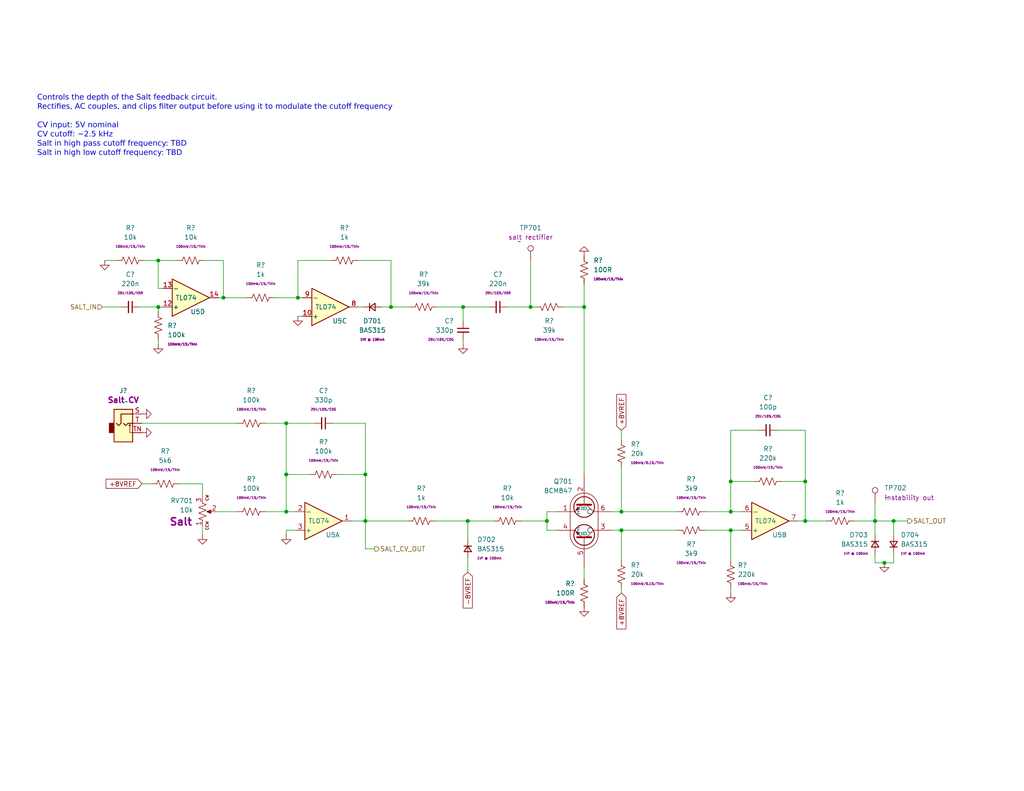
<source format=kicad_sch>
(kicad_sch (version 20250114) (generator "eeschema") (generator_version "9.0")
  (paper "USLetter")
  (title_block (title "Neptune") (date "2023-11-09") (rev "v3") (company "Winterbloom") (comment 1 "Carson Walls") (comment 2 "CERN-OHL-P v2") (comment 3 "neptune.wntr.dev"))
  (lib_symbols
    (symbol "Connector:TestPoint" (pin_numbers (hide yes)) (pin_names (offset 0.762) (hide yes))
      (property "Reference" "TP" (at 0 6.858 0))
      (property "Value" "TestPoint" (at 0 5.08 0))
      (symbol "TestPoint_0_1"
        (circle (center 0 3.302) (radius 0.762))
      )
      (symbol "TestPoint_1_1"
        (pin passive line (at 0 0 90) (length 2.54) (name "1") (number "1"))
      )
    )
    (symbol "Device:C_Small" (pin_numbers (hide yes)) (pin_names (offset 0.254) (hide yes))
      (property "Reference" "C" (at 0.254 1.778 0))
      (property "Value" "C_Small" (at 0.254 -2.032 0))
      (symbol "C_Small_0_1"
        (polyline (pts (xy -1.524 0.508) (xy 1.524 0.508)) (stroke (width 0.3048)))
        (polyline (pts (xy -1.524 -0.508) (xy 1.524 -0.508)) (stroke (width 0.3302)))
      )
      (symbol "C_Small_1_1"
        (pin passive line (at 0 2.54 270) (length 2.032) (name "~") (number "1"))
        (pin passive line (at 0 -2.54 90) (length 2.032) (name "~") (number "2"))
      )
    )
    (symbol "Device:D_Small" (pin_numbers (hide yes)) (pin_names (offset 0.254) (hide yes))
      (property "Reference" "D" (at -1.27 2.032 0))
      (property "Value" "D_Small" (at -3.81 -2.032 0))
      (symbol "D_Small_0_1"
        (polyline (pts (xy -0.762 0) (xy 0.762 0)))
        (polyline (pts (xy -0.762 -1.016) (xy -0.762 1.016)) (stroke (width 0.254)))
        (polyline (pts (xy 0.762 -1.016) (xy -0.762 0) (xy 0.762 1.016) (xy 0.762 -1.016)) (stroke (width 0.254)))
      )
      (symbol "D_Small_1_1"
        (pin passive line (at -2.54 0 0) (length 1.778) (name "K") (number "1"))
        (pin passive line (at 2.54 0 180) (length 1.778) (name "A") (number "2"))
      )
    )
    (symbol "Device:R_US" (pin_numbers (hide yes)) (pin_names (offset 0))
      (property "Reference" "R" (at 2.54 0 90))
      (property "Value" "R_US" (at -2.54 0 90))
      (symbol "R_US_0_1"
        (polyline (pts (xy 0 2.286) (xy 0 2.54)))
        (polyline (pts (xy 0 2.286) (xy 1.016 1.905) (xy 0 1.524) (xy -1.016 1.143) (xy 0 0.762)))
        (polyline (pts (xy 0 0.762) (xy 1.016 0.381) (xy 0 0) (xy -1.016 -0.381) (xy 0 -0.762)))
        (polyline (pts (xy 0 -0.762) (xy 1.016 -1.143) (xy 0 -1.524) (xy -1.016 -1.905) (xy 0 -2.286)))
        (polyline (pts (xy 0 -2.286) (xy 0 -2.54)))
      )
      (symbol "R_US_1_1"
        (pin passive line (at 0 3.81 270) (length 1.27) (name "~") (number "1"))
        (pin passive line (at 0 -3.81 90) (length 1.27) (name "~") (number "2"))
      )
    )
    (symbol "power:GND" (power) (pin_names (offset 0))
      (property "Value" "GND" (at 0 -3.81 0))
      (symbol "GND_0_1"
        (polyline (pts (xy 0 0) (xy 0 -1.27) (xy 1.27 -1.27) (xy 0 -2.54) (xy -1.27 -1.27) (xy 0 -1.27)))
      )
      (symbol "GND_1_1"
        (pin power_in line (at 0 0 270) (length 0) (hide yes) (name "GND") (number "1"))
      )
    )
    (symbol "winterbloom:BCM847"
      (property "Reference" "Q?" (at 3.81 7.62 0))
      (property "Value" "BCM847" (at 3.81 5.715 0))
      (symbol "BCM847_0_1"
        (polyline (pts (xy -4.445 1.905) (xy -4.445 -1.905) (xy -4.445 -1.905)) (stroke (width 0.508)))
        (polyline (pts (xy -4.445 0.635) (xy -2.54 2.54)))
        (polyline (pts (xy -4.445 -0.635) (xy -2.54 -2.54) (xy -2.54 -2.54)))
        (circle (center -3.81 0) (radius 2.8194) (stroke (width 0.254)))
        (polyline (pts (xy -3.81 -1.778) (xy -3.302 -1.27) (xy -2.794 -2.286) (xy -3.81 -1.778) (xy -3.81 -1.778)) (fill (type outline)))
        (arc (start -3.81 -3.81) (mid -6.5036 -2.6936) (end -7.62 0))
        (arc (start -7.62 0) (mid -6.5033 2.6933) (end -3.81 3.81))
        (arc (start 3.81 3.81) (mid 6.5035 2.6935) (end 7.62 0))
        (arc (start 7.62 0) (mid 6.5038 -2.6938) (end 3.81 -3.81))
        (polyline (pts (xy 3.81 3.81) (xy -3.81 3.81)))
        (circle (center 3.81 0) (radius 2.8194) (stroke (width 0.254)))
        (polyline (pts (xy 3.81 -1.778) (xy 3.302 -1.27) (xy 2.794 -2.286) (xy 3.81 -1.778) (xy 3.81 -1.778)) (fill (type outline)))
        (polyline (pts (xy 3.81 -3.81) (xy -3.81 -3.81)))
        (polyline (pts (xy 4.445 1.905) (xy 4.445 -1.905) (xy 4.445 -1.905)) (stroke (width 0.508)))
        (polyline (pts (xy 4.445 0.635) (xy 2.54 2.54)))
        (polyline (pts (xy 4.445 -0.635) (xy 2.54 -2.54) (xy 2.54 -2.54)))
      )
      (symbol "BCM847_1_1"
        (pin input line (at -12.7 0 0) (length 8) (name "B") (number "2"))
        (pin passive line (at -2.54 7.62 270) (length 5) (name "C") (number "6"))
        (pin passive line (at -2.54 -7.62 90) (length 5) (name "E") (number "1"))
        (pin passive line (at 2.54 7.62 270) (length 5) (name "C") (number "3"))
        (pin passive line (at 2.54 -7.62 90) (length 5) (name "E") (number "4"))
        (pin input line (at 12.7 0 180) (length 8) (name "B") (number "5"))
      )
    )
    (symbol "winterbloom:Eurorack_Mono_Jack" (pin_names (hide yes))
      (property "Reference" "J" (at 3.302 -4.064 0))
      (property "Value" "Eurorack_Mono_Jack" (at 0 5.08 0))
      (symbol "Eurorack_Mono_Jack_0_1"
        (polyline (pts (xy -2.54 1.27) (xy -1.778 1.27) (xy -1.778 -1.016) (xy -1.524 -0.508)))
        (polyline (pts (xy -2.54 -3.81) (xy 0.635 -3.81) (xy 0.635 -1.27) (xy 1.27 -0.635) (xy 1.905 -1.27)) (stroke (width 0.254)))
        (rectangle (start -2.54 -5.08) (end 2.54 3.81) (stroke (width 0.254)) (fill (type background)))
        (polyline (pts (xy -1.778 -1.016) (xy -2.032 -0.508)))
        (polyline (pts (xy 0 -1.27) (xy -0.635 -0.635) (xy -1.27 -1.27) (xy -2.54 -1.27)) (stroke (width 0.254)))
        (rectangle (start 2.54 -1.27) (end 3.81 1.27) (stroke (width 0.254)) (fill (type outline)))
      )
      (symbol "Eurorack_Mono_Jack_1_1"
        (pin passive line (at -5.08 1.27 0) (length 2.54) (name "Tip_normalize") (number "TN"))
        (pin passive line (at -5.08 -1.27 0) (length 2.54) (name "Tip") (number "T"))
        (pin passive line (at -5.08 -3.81 0) (length 2.54) (name "Sleeve") (number "S"))
      )
    )
    (symbol "winterbloom:Eurorack_Pot" (pin_names (offset 1.016) (hide yes))
      (property "Reference" "RV" (at 0 4.445 0))
      (property "Value" "Eurorack_Pot" (at 0 2.54 0))
      (symbol "Eurorack_Pot_0_0"
        (text "CCW" (at -3.81 -1.27 0) (effects (font (size 0.762 0.762))))
        (text "CW" (at 3.81 -1.27 0) (effects (font (size 0.762 0.762))))
      )
      (symbol "Eurorack_Pot_0_1"
        (polyline (pts (xy -2.286 0) (xy -2.54 0)))
        (polyline (pts (xy -0.762 0) (xy -1.143 -1.016) (xy -1.524 0) (xy -1.905 1.016) (xy -2.286 0)))
        (polyline (pts (xy 0 -1.143) (xy 0.508 -2.286) (xy -0.508 -2.286) (xy 0 -1.143)) (fill (type outline)))
        (polyline (pts (xy 0 -2.54) (xy 0 -1.524)))
        (polyline (pts (xy 0.762 0) (xy 0.381 -1.016) (xy 0 0) (xy -0.381 1.016) (xy -0.762 0)))
        (polyline (pts (xy 2.286 0) (xy 1.905 -1.016) (xy 1.524 0) (xy 1.143 1.016) (xy 0.762 0)))
        (polyline (pts (xy 2.54 0) (xy 2.286 0)))
      )
      (symbol "Eurorack_Pot_1_1"
        (pin passive line (at -3.81 0 0) (length 1.27) (name "1") (number "1"))
        (pin passive line (at 0 -3.81 90) (length 1.27) (name "2") (number "2"))
        (pin passive line (at 3.81 0 180) (length 1.27) (name "3") (number "3"))
      )
    )
    (symbol "winterbloom:TL074" (pin_names (offset 0.127))
      (property "Reference" "U" (at 0 3.81 0))
      (property "Value" "TL074" (at 0 -3.81 0))
      (symbol "TL074_1_1"
        (polyline (pts (xy -5.08 5.08) (xy 5.08 0) (xy -5.08 -5.08) (xy -5.08 5.08)) (stroke (width 0.254)) (fill (type background)))
        (pin input line (at -7.62 2.54 0) (length 2.54) (name "+") (number "3"))
        (pin input line (at -7.62 -2.54 0) (length 2.54) (name "-") (number "2"))
        (pin output line (at 7.62 0 180) (length 2.54) (name "~") (number "1"))
      )
      (symbol "TL074_2_1"
        (polyline (pts (xy -5.08 5.08) (xy 5.08 0) (xy -5.08 -5.08) (xy -5.08 5.08)) (stroke (width 0.254)) (fill (type background)))
        (pin input line (at -7.62 2.54 0) (length 2.54) (name "+") (number "5"))
        (pin input line (at -7.62 -2.54 0) (length 2.54) (name "-") (number "6"))
        (pin output line (at 7.62 0 180) (length 2.54) (name "~") (number "7"))
      )
      (symbol "TL074_3_1"
        (polyline (pts (xy -5.08 5.08) (xy 5.08 0) (xy -5.08 -5.08) (xy -5.08 5.08)) (stroke (width 0.254)) (fill (type background)))
        (pin input line (at -7.62 2.54 0) (length 2.54) (name "+") (number "10"))
        (pin input line (at -7.62 -2.54 0) (length 2.54) (name "-") (number "9"))
        (pin output line (at 7.62 0 180) (length 2.54) (name "~") (number "8"))
      )
      (symbol "TL074_4_1"
        (polyline (pts (xy -5.08 5.08) (xy 5.08 0) (xy -5.08 -5.08) (xy -5.08 5.08)) (stroke (width 0.254)) (fill (type background)))
        (pin input line (at -7.62 2.54 0) (length 2.54) (name "+") (number "12"))
        (pin input line (at -7.62 -2.54 0) (length 2.54) (name "-") (number "13"))
        (pin output line (at 7.62 0 180) (length 2.54) (name "~") (number "14"))
      )
      (symbol "TL074_5_1"
        (polyline (pts (xy -5.08 5.08) (xy 5.08 0) (xy -5.08 -5.08) (xy -5.08 5.08)) (stroke (width 0.254)) (fill (type background)))
        (pin power_in line (at -2.54 7.62 270) (length 3.81) (name "V+") (number "4"))
        (pin power_in line (at -2.54 -7.62 90) (length 3.81) (name "V-") (number "11"))
      )
    )
  )
  (text "Controls the depth of the Salt feedback circuit.\nRectifies, AC couples, and clips filter output before using it to modulate the cutoff frequency\n\nCV input: 5V nominal\nCV cutoff: ~2.5 kHz\nSalt in high pass cutoff frequency: TBD\nSalt in high low cutoff frequency: TBD\n" (at 10.16 43.18 0) (effects (font (size 1.5 1.5)) (justify left bottom)))
  (junction (at 78.105 115.57))
  (junction (at 199.39 139.7))
  (junction (at 159.385 83.82))
  (junction (at 81.28 81.28))
  (junction (at 169.545 144.78))
  (junction (at 43.18 71.12))
  (junction (at 43.18 83.82))
  (junction (at 106.68 83.82))
  (junction (at 199.39 131.445))
  (junction (at 241.3 153.67))
  (junction (at 78.105 129.54))
  (junction (at 144.78 83.82))
  (junction (at 99.695 142.24))
  (junction (at 199.39 144.78))
  (junction (at 99.695 129.54))
  (junction (at 126.365 83.82))
  (junction (at 243.84 142.24))
  (junction (at 60.96 81.28))
  (junction (at 169.545 139.7))
  (junction (at 149.225 142.24))
  (junction (at 219.71 131.445))
  (junction (at 238.76 142.24))
  (junction (at 127.635 142.24))
  (junction (at 219.71 142.24))
  (junction (at 78.105 139.7))
  (wire (pts (xy 43.18 85.09) (xy 43.18 83.82)))
  (wire (pts (xy 243.84 142.24) (xy 247.65 142.24)))
  (wire (pts (xy 149.225 139.7) (xy 149.225 142.24)))
  (wire (pts (xy 138.43 83.82) (xy 144.78 83.82)))
  (wire (pts (xy 81.28 86.36) (xy 82.55 86.36)))
  (wire (pts (xy 27.94 83.82) (xy 33.02 83.82)))
  (wire (pts (xy 78.105 115.57) (xy 85.725 115.57)))
  (wire (pts (xy 217.805 142.24) (xy 219.71 142.24)))
  (wire (pts (xy 43.18 71.12) (xy 48.26 71.12)))
  (wire (pts (xy 159.385 158.115) (xy 159.385 154.94)))
  (wire (pts (xy 169.545 144.78) (xy 169.545 153.035)))
  (wire (pts (xy 142.24 142.24) (xy 149.225 142.24)))
  (wire (pts (xy 118.745 142.24) (xy 127.635 142.24)))
  (wire (pts (xy 127.635 152.4) (xy 127.635 156.21)))
  (wire (pts (xy 159.385 77.47) (xy 159.385 83.82)))
  (wire (pts (xy 97.79 71.12) (xy 106.68 71.12)))
  (wire (pts (xy 238.76 153.67) (xy 238.76 151.13)))
  (wire (pts (xy 169.545 160.655) (xy 169.545 161.925)))
  (wire (pts (xy 43.18 78.74) (xy 44.45 78.74)))
  (wire (pts (xy 43.18 83.82) (xy 44.45 83.82)))
  (wire (pts (xy 167.005 139.7) (xy 169.545 139.7)))
  (wire (pts (xy 169.545 139.7) (xy 184.785 139.7)))
  (wire (pts (xy 38.1 83.82) (xy 43.18 83.82)))
  (wire (pts (xy 97.79 83.82) (xy 99.06 83.82)))
  (wire (pts (xy 127.635 142.24) (xy 134.62 142.24)))
  (wire (pts (xy 72.39 115.57) (xy 78.105 115.57)))
  (wire (pts (xy 207.01 117.475) (xy 199.39 117.475)))
  (wire (pts (xy 48.895 132.08) (xy 55.245 132.08)))
  (wire (pts (xy 199.39 144.78) (xy 199.39 153.035)))
  (wire (pts (xy 99.695 129.54) (xy 92.075 129.54)))
  (wire (pts (xy 169.545 127.635) (xy 169.545 139.7)))
  (wire (pts (xy 153.67 83.82) (xy 159.385 83.82)))
  (wire (pts (xy 199.39 117.475) (xy 199.39 131.445)))
  (wire (pts (xy 106.68 83.82) (xy 104.14 83.82)))
  (wire (pts (xy 81.28 81.28) (xy 82.55 81.28)))
  (wire (pts (xy 78.105 139.7) (xy 80.645 139.7)))
  (wire (pts (xy 126.365 83.82) (xy 133.35 83.82)))
  (wire (pts (xy 106.68 71.12) (xy 106.68 83.82)))
  (wire (pts (xy 149.225 142.24) (xy 149.225 144.78)))
  (wire (pts (xy 192.405 139.7) (xy 199.39 139.7)))
  (wire (pts (xy 38.735 132.08) (xy 41.275 132.08)))
  (wire (pts (xy 99.695 115.57) (xy 99.695 129.54)))
  (wire (pts (xy 74.93 81.28) (xy 81.28 81.28)))
  (wire (pts (xy 144.78 71.12) (xy 144.78 83.82)))
  (wire (pts (xy 38.735 115.57) (xy 64.77 115.57)))
  (wire (pts (xy 60.96 81.28) (xy 67.31 81.28)))
  (wire (pts (xy 219.71 142.24) (xy 225.425 142.24)))
  (wire (pts (xy 238.76 142.24) (xy 243.84 142.24)))
  (wire (pts (xy 81.28 81.28) (xy 81.28 71.12)))
  (wire (pts (xy 213.36 131.445) (xy 219.71 131.445)))
  (wire (pts (xy 59.69 81.28) (xy 60.96 81.28)))
  (wire (pts (xy 43.18 71.12) (xy 43.18 78.74)))
  (wire (pts (xy 55.88 71.12) (xy 60.96 71.12)))
  (wire (pts (xy 55.245 132.08) (xy 55.245 135.89)))
  (wire (pts (xy 149.225 139.7) (xy 151.765 139.7)))
  (wire (pts (xy 167.005 144.78) (xy 169.545 144.78)))
  (wire (pts (xy 126.365 92.71) (xy 126.365 93.98)))
  (wire (pts (xy 43.18 92.71) (xy 43.18 93.98)))
  (wire (pts (xy 241.3 153.67) (xy 238.76 153.67)))
  (wire (pts (xy 212.09 117.475) (xy 219.71 117.475)))
  (wire (pts (xy 241.3 153.67) (xy 243.84 153.67)))
  (wire (pts (xy 199.39 131.445) (xy 205.74 131.445)))
  (wire (pts (xy 149.225 144.78) (xy 151.765 144.78)))
  (wire (pts (xy 106.68 83.82) (xy 111.76 83.82)))
  (wire (pts (xy 126.365 83.82) (xy 126.365 87.63)))
  (wire (pts (xy 99.695 142.24) (xy 99.695 129.54)))
  (wire (pts (xy 238.76 142.24) (xy 238.76 146.05)))
  (wire (pts (xy 127.635 142.24) (xy 127.635 147.32)))
  (wire (pts (xy 99.695 142.24) (xy 111.125 142.24)))
  (wire (pts (xy 169.545 144.78) (xy 184.785 144.78)))
  (wire (pts (xy 81.28 71.12) (xy 90.17 71.12)))
  (wire (pts (xy 219.71 117.475) (xy 219.71 131.445)))
  (wire (pts (xy 219.71 131.445) (xy 219.71 142.24)))
  (wire (pts (xy 146.05 83.82) (xy 144.78 83.82)))
  (wire (pts (xy 119.38 83.82) (xy 126.365 83.82)))
  (wire (pts (xy 28.575 71.12) (xy 31.75 71.12)))
  (wire (pts (xy 55.245 143.51) (xy 55.245 146.05)))
  (wire (pts (xy 199.39 160.655) (xy 199.39 161.925)))
  (wire (pts (xy 59.055 139.7) (xy 64.77 139.7)))
  (wire (pts (xy 233.045 142.24) (xy 238.76 142.24)))
  (wire (pts (xy 99.695 149.86) (xy 99.695 142.24)))
  (wire (pts (xy 78.105 129.54) (xy 84.455 129.54)))
  (wire (pts (xy 102.235 149.86) (xy 99.695 149.86)))
  (wire (pts (xy 72.39 139.7) (xy 78.105 139.7)))
  (wire (pts (xy 99.695 115.57) (xy 90.805 115.57)))
  (wire (pts (xy 199.39 139.7) (xy 202.565 139.7)))
  (wire (pts (xy 243.84 153.67) (xy 243.84 151.13)))
  (wire (pts (xy 78.105 144.78) (xy 80.645 144.78)))
  (wire (pts (xy 243.84 146.05) (xy 243.84 142.24)))
  (wire (pts (xy 39.37 71.12) (xy 43.18 71.12)))
  (wire (pts (xy 78.105 115.57) (xy 78.105 129.54)))
  (wire (pts (xy 78.105 144.78) (xy 78.105 146.05)))
  (wire (pts (xy 95.885 142.24) (xy 99.695 142.24)))
  (wire (pts (xy 78.105 129.54) (xy 78.105 139.7)))
  (wire (pts (xy 159.385 83.82) (xy 159.385 129.54)))
  (wire (pts (xy 169.545 117.475) (xy 169.545 120.015)))
  (wire (pts (xy 199.39 131.445) (xy 199.39 139.7)))
  (wire (pts (xy 238.76 137.16) (xy 238.76 142.24)))
  (wire (pts (xy 199.39 144.78) (xy 202.565 144.78)))
  (wire (pts (xy 192.405 144.78) (xy 199.39 144.78)))
  (wire (pts (xy 60.96 81.28) (xy 60.96 71.12)))
  (global_label "-8VREF" (shape input) (at 127.635 156.21 270) (property "Intersheetrefs" "${INTERSHEET_REFS}" (effects (hide yes))))
  (global_label "+8VREF" (shape input) (at 38.735 132.08 180) (property "Intersheetrefs" "${INTERSHEET_REFS}" (effects (hide yes))))
  (global_label "+8VREF" (shape input) (at 169.545 117.475 90) (property "Intersheetrefs" "${INTERSHEET_REFS}" (effects (hide yes))))
  (global_label "+8VREF" (shape input) (at 169.545 161.925 270) (property "Intersheetrefs" "${INTERSHEET_REFS}" (effects (hide yes))))
  (hierarchical_label "SALT_IN" (shape input) (at 27.94 83.82 180))
  (hierarchical_label "SALT_CV_OUT" (shape output) (at 102.235 149.86 0))
  (hierarchical_label "SALT_OUT" (shape output) (at 247.65 142.24 0))
  (symbol (lib_id "Device:C_Small") (at 35.56 83.82 270) (unit 1)
    (property "Reference" "C701" (at 35.5536 74.93 90))
    (property "Value" "220n" (at 35.5536 77.47 90))
    (property "Footprint" "winterbloom:C_0603_HandSolder" (effects (hide yes)))
    (property "Rating" "25V/10%/X5R" (at 35.5536 80.01 90) (effects (font (size 0.64 0.64))))
    (property "DigiKey" "1276-1876-1-ND" (effects (hide yes)))
    (property "LCSC" "C307462" (effects (hide yes)))
    (property "MPN" "CL10A224KB8NNNC" (effects (hide yes)))
    (property "Substitutes Allowed" "Yes" (effects (hide yes)))
    (instances (project "board" (path "" (reference "C?") (unit 1))) (project "mainboard" (path "" (reference "C701") (unit 1))))
  )
  (symbol (lib_id "winterbloom:TL074") (at 210.185 142.24 0) (mirror x) (unit 2)
    (property "Reference" "U5" (at 212.725 146.05 0))
    (property "Value" "TL074" (at 208.915 142.24 0))
    (property "Footprint" "Package_SO:TSSOP-14_4.4x5mm_P0.65mm" (effects (hide yes)))
    (property "Datasheet" "https://www.ti.com/lit/ds/symlink/tl071.pdf" (effects (hide yes)))
    (property "MPN" "TL074HIPWR" (effects (hide yes)))
    (property "DigiKey" "296-TL074HIPWRCT-ND" (effects (hide yes)))
    (property "LCSC" "C4370424" (effects (hide yes)))
    (property "Substitutes Allowed" "No" (effects (hide yes)))
    (property "Notes" "TL074H over TL074C due to better input offset voltage" (effects (hide yes)))
  )
  (symbol (lib_id "Device:C_Small") (at 88.265 115.57 270) (unit 1)
    (property "Reference" "C704" (at 88.2586 106.68 90))
    (property "Value" "330p" (at 88.2586 109.22 90))
    (property "Footprint" "winterbloom:C_0603_HandSolder" (effects (hide yes)))
    (property "Rating" "25V/10%/C0G" (at 88.2586 111.76 90) (effects (font (size 0.64 0.64))))
    (property "DigiKey" "1276-1073-1-ND" (effects (hide yes)))
    (property "LCSC" "C1664" (effects (hide yes)))
    (property "MPN" "CL10C331JB8NNNC" (effects (hide yes)))
    (property "Substitutes Allowed" "Yes" (effects (hide yes)))
    (instances (project "board" (path "" (reference "C?") (unit 1))) (project "mainboard" (path "" (reference "C704") (unit 1))))
  )
  (symbol (lib_id "power:GND") (at 78.105 146.05 0) (unit 1)
    (property "Reference" "#PWR01" (effects (hide yes)))
    (property "Value" "GND" (effects (hide yes)))
    (instances (project "board" (path "" (reference "#PWR?") (unit 1))) (project "mainboard" (path "" (reference "#PWR01") (unit 1))))
  )
  (symbol (lib_id "Device:R_US") (at 35.56 71.12 270) (unit 1)
    (property "Reference" "R701" (at 35.56 62.23 90))
    (property "Value" "10k" (at 35.56 64.77 90))
    (property "Footprint" "winterbloom:R_0603_HandSolder" (effects (hide yes)))
    (property "Rating" "100mW/1%/Thin" (at 35.56 67.31 90) (effects (font (size 0.64 0.64))))
    (property "DigiKey" "YAG2321CT-ND" (effects (hide yes)))
    (property "LCSC" "C469659" (effects (hide yes)))
    (property "Substitutes Allowed" "Yes" (effects (hide yes)))
    (property "MPN" "RT0603FRE0710KL" (effects (hide yes)))
    (instances (project "board" (path "" (reference "R?") (unit 1))) (project "mainboard" (path "" (reference "R701") (unit 1))))
  )
  (symbol (lib_id "power:GND") (at 55.245 146.05 0) (unit 1)
    (property "Reference" "#PWR0705" (effects (hide yes)))
    (property "Value" "GND" (effects (hide yes)))
    (instances (project "board" (path "" (reference "#PWR?") (unit 1))) (project "mainboard" (path "" (reference "#PWR0705") (unit 1))))
  )
  (symbol (lib_id "Device:R_US") (at 169.545 123.825 180) (unit 1)
    (property "Reference" "R716" (at 172.085 121.285 0) (effects (justify right)))
    (property "Value" "20k" (at 172.085 123.825 0) (effects (justify right)))
    (property "Footprint" "winterbloom:R_0603_HandSolder" (effects (hide yes)))
    (property "Rating" "100mW/0.1%/Thin" (at 172.085 126.365 0) (effects (font (size 0.64 0.64)) (justify right)))
    (property "DigiKey" "YAG1582CT-ND" (effects (hide yes)))
    (property "LCSC" "C723637" (effects (hide yes)))
    (property "Substitutes Allowed" "Ask" (effects (hide yes)))
    (property "MPN" "RT0603BRD0720KL" (effects (hide yes)))
    (instances (project "board" (path "" (reference "R?") (unit 1))) (project "mainboard" (path "" (reference "R716") (unit 1))))
  )
  (symbol (lib_id "Connector:TestPoint") (at 144.78 71.12 0) (unit 1)
    (property "Reference" "TP701" (at 144.78 62.23 0))
    (property "Value" "~" (at 142.24 65.913 0) (effects (justify right)))
    (property "Footprint" "TestPoint:TestPoint_Pad_D1.5mm" (effects (hide yes)))
    (property "Name" "salt rectifier" (at 144.78 64.77 0))
  )
  (symbol (lib_id "winterbloom:Eurorack_Pot") (at 55.245 139.7 90) (unit 1)
    (property "Reference" "RV701" (at 52.705 136.7154 90) (effects (justify left)))
    (property "Value" "10k" (at 52.705 139.2554 90) (effects (justify left)))
    (property "Footprint" "winterbloom:Potentiometer_Alpha_R0904N_LongPads" (effects (hide yes)))
    (property "Datasheet" "https://www.thonk.co.uk/wp-content/uploads/Documents/alpha/9mm/Alpha%209mm%20Vertical%20-%20Linear%20Taper%20B1K-B500K.pdf" (effects (hide yes)))
    (property "MPN" "https://www.thonk.co.uk/shop/alpha-9mm-pots/" (effects (hide yes)))
    (property "Notes" "6.35 mm round shaft, 15 mm height" (effects (hide yes)))
    (property "Rating" "B10k" (effects (hide yes)))
    (property "Name" "Salt" (at 52.705 142.4304 90) (effects (font (size 2 2) (bold yes)) (justify left)))
  )
  (symbol (lib_id "Device:R_US") (at 159.385 161.925 180) (unit 1)
    (property "Reference" "R715" (at 156.845 159.385 0) (effects (justify left)))
    (property "Value" "100R" (at 156.845 161.925 0) (effects (justify left)))
    (property "Footprint" "winterbloom:R_0603_HandSolder" (effects (hide yes)))
    (property "Rating" "100mW/1%/Thin" (at 156.845 164.465 0) (effects (font (size 0.64 0.64)) (justify left)))
    (property "DigiKey" "YAG1497CT-ND" (effects (hide yes)))
    (property "LCSC" "C122970" (effects (hide yes)))
    (property "Substitutes Allowed" "Ask" (effects (hide yes)))
    (property "MPN" "RT0603BRD07100RL" (effects (hide yes)))
    (instances (project "board" (path "" (reference "R?") (unit 1))) (project "mainboard" (path "" (reference "R715") (unit 1))))
  )
  (symbol (lib_id "power:GND") (at 159.385 69.85 180) (unit 1)
    (property "Reference" "#PWR0709" (effects (hide yes)))
    (property "Value" "GND" (effects (hide yes)))
    (instances (project "board" (path "" (reference "#PWR?") (unit 1))) (project "mainboard" (path "" (reference "#PWR0709") (unit 1))))
  )
  (symbol (lib_id "winterbloom:BCM847") (at 159.385 142.24 270) (unit 1)
    (property "Reference" "Q701" (at 156.21 131.445 90) (effects (justify right)))
    (property "Value" "BCM847" (at 156.21 133.985 90) (effects (justify right)))
    (property "Footprint" "Package_TO_SOT_SMD:SOT-363_SC-70-6" (effects (hide yes)))
    (property "Datasheet" "https://assets.nexperia.com/documents/data-sheet/BCM847BS.pdf" (effects (hide yes)))
    (property "MPN" "BCM847BS,115" (effects (hide yes)))
    (property "DigiKey" "1727-5456-1-ND" (effects (hide yes)))
    (property "LCSC" " C396099" (effects (hide yes)))
    (property "Substitutes Allowed" "No" (effects (hide yes)))
    (instances (project "mainboard" (path "" (reference "Q701") (unit 1))) (project "Diode_Ladder_Filter_V0.5" (path "" (reference "Q?") (unit 1))))
  )
  (symbol (lib_id "Device:C_Small") (at 209.55 117.475 270) (unit 1)
    (property "Reference" "C705" (at 209.5436 108.585 90))
    (property "Value" "100p" (at 209.5436 111.125 90))
    (property "Footprint" "winterbloom:C_0603_HandSolder" (effects (hide yes)))
    (property "Rating" "25V/10%/C0G" (at 209.5436 113.665 90) (effects (font (size 0.64 0.64))))
    (property "DigiKey" "1276-1008-1-ND" (effects (hide yes)))
    (property "LCSC" "C14858" (effects (hide yes)))
    (property "Substitutes Allowed" "Yes" (effects (hide yes)))
    (property "MPN" "CL10C101JB8NNNC" (effects (hide yes)))
    (instances (project "board" (path "" (reference "C?") (unit 1))) (project "mainboard" (path "" (reference "C705") (unit 1))))
  )
  (symbol (lib_id "Device:R_US") (at 159.385 73.66 180) (unit 1)
    (property "Reference" "R708" (at 161.925 71.12 0) (effects (justify right)))
    (property "Value" "100R" (at 161.925 73.66 0) (effects (justify right)))
    (property "Footprint" "winterbloom:R_0603_HandSolder" (effects (hide yes)))
    (property "Rating" "100mW/1%/Thin" (at 161.925 76.2 0) (effects (font (size 0.64 0.64)) (justify right)))
    (property "DigiKey" "YAG1497CT-ND" (effects (hide yes)))
    (property "LCSC" "C122970" (effects (hide yes)))
    (property "Substitutes Allowed" "Ask" (effects (hide yes)))
    (property "MPN" "RT0603BRD07100RL" (effects (hide yes)))
    (instances (project "board" (path "" (reference "R?") (unit 1))) (project "mainboard" (path "" (reference "R708") (unit 1))))
  )
  (symbol (lib_id "winterbloom:Eurorack_Mono_Jack") (at 33.655 116.84 180) (unit 1)
    (property "Reference" "J701" (at 33.655 106.68 0))
    (property "Value" "~" (at 34.4678 109.6264 0))
    (property "Footprint" "winterbloom:AudioJack_WQP518MA_Compact_S_LongPads" (effects (hide yes)))
    (property "Datasheet" "http://www.qingpu-electronics.com/en/products/WQP-PJ398SM-362.html" (effects (hide yes)))
    (property "MPN" "WQP-WQP518MA" (effects (hide yes)))
    (property "Name" "Salt CV" (at 33.655 109.22 0) (effects (font (size 1.5 1.5) (bold yes))))
    (instances (project "board" (path "" (reference "J?") (unit 1))) (project "mainboard" (path "" (reference "J701") (unit 1))))
  )
  (symbol (lib_id "Device:R_US") (at 188.595 144.78 270) (mirror x) (unit 1)
    (property "Reference" "R719" (at 188.595 148.59 90))
    (property "Value" "3k9" (at 188.595 151.13 90))
    (property "Footprint" "winterbloom:R_0603_HandSolder" (effects (hide yes)))
    (property "Rating" "100mW/1%/Thin" (at 188.595 153.67 90) (effects (font (size 0.64 0.64))))
    (property "DigiKey" "YAG5961CT-ND" (effects (hide yes)))
    (property "LCSC" "C863790" (effects (hide yes)))
    (property "Substitutes Allowed" "Yes" (effects (hide yes)))
    (property "MPN" "RT0603FRE073K9L" (effects (hide yes)))
    (instances (project "board" (path "" (reference "R?") (unit 1))) (project "mainboard" (path "" (reference "R719") (unit 1))))
  )
  (symbol (lib_id "Device:D_Small") (at 243.84 148.59 90) (unit 1)
    (property "Reference" "D704" (at 245.745 146.05 90) (effects (justify right)))
    (property "Value" "BAS315" (at 245.745 148.59 90) (effects (justify right)))
    (property "Footprint" "winterbloom:D_SOD-323" (effects (hide yes)))
    (property "MPN" "BAS316,115" (effects (hide yes)))
    (property "Rating" "1Vf @ 100mA" (at 245.745 151.13 90) (effects (font (size 0.64 0.64)) (justify right)))
    (property "Notes" "Clipping diode" (effects (hide yes)))
    (property "DigiKey" "1727-4309-2-ND" (effects (hide yes)))
    (property "LCSC" "C109218" (effects (hide yes)))
    (property "Substitutes Allowed" "No" (effects (hide yes)))
    (instances (project "mainboard" (path "" (reference "D704") (unit 1))) (project "Diode_Ladder_Filter_V0.5" (path "" (reference "D?") (unit 1))))
  )
  (symbol (lib_id "Device:R_US") (at 68.58 115.57 270) (unit 1)
    (property "Reference" "R710" (at 68.58 106.68 90))
    (property "Value" "100k" (at 68.58 109.22 90))
    (property "Footprint" "winterbloom:R_0603_HandSolder" (effects (hide yes)))
    (property "Rating" "100mW/1%/Thin" (at 68.58 111.76 90) (effects (font (size 0.64 0.64))))
    (property "DigiKey" "13-RT0603FRE13100KLTR-ND" (effects (hide yes)))
    (property "LCSC" "C4107493" (effects (hide yes)))
    (property "Substitutes Allowed" "Yes" (effects (hide yes)))
    (property "MPN" "RT0603FRE13100KL" (effects (hide yes)))
    (instances (project "board" (path "" (reference "R?") (unit 1))) (project "mainboard" (path "" (reference "R710") (unit 1))))
  )
  (symbol (lib_id "power:GND") (at 28.575 71.12 0) (unit 1)
    (property "Reference" "#PWR0703" (effects (hide yes)))
    (property "Value" "GND" (effects (hide yes)))
    (instances (project "board" (path "" (reference "#PWR?") (unit 1))) (project "mainboard" (path "" (reference "#PWR0703") (unit 1))))
  )
  (symbol (lib_id "Device:D_Small") (at 238.76 148.59 90) (mirror x) (unit 1)
    (property "Reference" "D703" (at 236.855 146.05 90) (effects (justify left)))
    (property "Value" "BAS315" (at 236.855 148.59 90) (effects (justify left)))
    (property "Footprint" "winterbloom:D_SOD-323" (effects (hide yes)))
    (property "MPN" "BAS316,115" (effects (hide yes)))
    (property "Rating" "1Vf @ 100mA" (at 236.855 151.13 90) (effects (font (size 0.64 0.64)) (justify left)))
    (property "Notes" "Clipping diode" (effects (hide yes)))
    (property "DigiKey" "1727-4309-2-ND" (effects (hide yes)))
    (property "LCSC" "C109218" (effects (hide yes)))
    (property "Substitutes Allowed" "No" (effects (hide yes)))
    (instances (project "mainboard" (path "" (reference "D703") (unit 1))) (project "Diode_Ladder_Filter_V0.5" (path "" (reference "D?") (unit 1))))
  )
  (symbol (lib_id "Device:R_US") (at 169.545 156.845 180) (unit 1)
    (property "Reference" "R717" (at 172.085 154.305 0) (effects (justify right)))
    (property "Value" "20k" (at 172.085 156.845 0) (effects (justify right)))
    (property "Footprint" "winterbloom:R_0603_HandSolder" (effects (hide yes)))
    (property "Rating" "100mW/0.1%/Thin" (at 172.085 159.385 0) (effects (font (size 0.64 0.64)) (justify right)))
    (property "DigiKey" "YAG1582CT-ND" (effects (hide yes)))
    (property "LCSC" "C723637" (effects (hide yes)))
    (property "Substitutes Allowed" "Ask" (effects (hide yes)))
    (property "MPN" "RT0603BRD0720KL" (effects (hide yes)))
    (instances (project "board" (path "" (reference "R?") (unit 1))) (project "mainboard" (path "" (reference "R717") (unit 1))))
  )
  (symbol (lib_id "winterbloom:TL074") (at 90.17 83.82 0) (mirror x) (unit 3)
    (property "Reference" "U5" (at 92.71 87.63 0))
    (property "Value" "TL074" (at 88.9 83.82 0))
    (property "Footprint" "Package_SO:TSSOP-14_4.4x5mm_P0.65mm" (effects (hide yes)))
    (property "Datasheet" "https://www.ti.com/lit/ds/symlink/tl071.pdf" (effects (hide yes)))
    (property "MPN" "TL074HIPWR" (effects (hide yes)))
    (property "DigiKey" "296-TL074HIPWRCT-ND" (effects (hide yes)))
    (property "LCSC" "C4370424" (effects (hide yes)))
    (property "Substitutes Allowed" "No" (effects (hide yes)))
    (property "Notes" "TL074H over TL074C due to better input offset voltage" (effects (hide yes)))
  )
  (symbol (lib_id "Device:R_US") (at 52.07 71.12 270) (unit 1)
    (property "Reference" "R703" (at 52.07 62.23 90))
    (property "Value" "10k" (at 52.07 64.77 90))
    (property "Footprint" "winterbloom:R_0603_HandSolder" (effects (hide yes)))
    (property "Rating" "100mW/1%/Thin" (at 52.07 67.31 90) (effects (font (size 0.64 0.64))))
    (property "DigiKey" "YAG2321CT-ND" (effects (hide yes)))
    (property "LCSC" "C469659" (effects (hide yes)))
    (property "Substitutes Allowed" "Yes" (effects (hide yes)))
    (property "MPN" "RT0603FRE0710KL" (effects (hide yes)))
    (instances (project "board" (path "" (reference "R?") (unit 1))) (project "mainboard" (path "" (reference "R703") (unit 1))))
  )
  (symbol (lib_id "Device:D_Small") (at 127.635 149.86 90) (mirror x) (unit 1)
    (property "Reference" "D702" (at 130.175 147.32 90) (effects (justify right)))
    (property "Value" "BAS315" (at 130.175 149.86 90) (effects (justify right)))
    (property "Footprint" "winterbloom:D_SOD-323" (effects (hide yes)))
    (property "MPN" "BAS316,115" (effects (hide yes)))
    (property "Rating" "1Vf @ 100mA" (at 130.175 152.4 90) (effects (font (size 0.64 0.64)) (justify right)))
    (property "Notes" "Clipping diode" (effects (hide yes)))
    (property "DigiKey" "1727-4309-2-ND" (effects (hide yes)))
    (property "LCSC" "C109218" (effects (hide yes)))
    (property "Substitutes Allowed" "No" (effects (hide yes)))
    (instances (project "mainboard" (path "" (reference "D702") (unit 1))) (project "Diode_Ladder_Filter_V0.5" (path "" (reference "D?") (unit 1))))
  )
  (symbol (lib_id "power:GND") (at 241.3 153.67 0) (unit 1)
    (property "Reference" "#PWR0712" (effects (hide yes)))
    (property "Value" "GND" (effects (hide yes)))
    (instances (project "board" (path "" (reference "#PWR?") (unit 1))) (project "mainboard" (path "" (reference "#PWR0712") (unit 1))))
  )
  (symbol (lib_id "power:GND") (at 199.39 161.925 0) (unit 1)
    (property "Reference" "#PWR0711" (effects (hide yes)))
    (property "Value" "GND" (effects (hide yes)))
    (instances (project "board" (path "" (reference "#PWR?") (unit 1))) (project "mainboard" (path "" (reference "#PWR0711") (unit 1))))
  )
  (symbol (lib_id "Device:R_US") (at 229.235 142.24 270) (unit 1)
    (property "Reference" "R722" (at 229.235 134.62 90))
    (property "Value" "1k" (at 229.235 137.16 90))
    (property "Footprint" "winterbloom:R_0603_HandSolder" (effects (hide yes)))
    (property "Rating" "100mW/1%/Thin" (at 229.235 139.7 90) (effects (font (size 0.64 0.64))))
    (property "DigiKey" "YAG2323TR-ND" (effects (hide yes)))
    (property "LCSC" "C375503" (effects (hide yes)))
    (property "Substitutes Allowed" "Yes" (effects (hide yes)))
    (property "MPN" "RT0603FRE071KL" (effects (hide yes)))
    (instances (project "board" (path "" (reference "R?") (unit 1))) (project "mainboard" (path "" (reference "R722") (unit 1))))
  )
  (symbol (lib_id "power:GND") (at 126.365 93.98 0) (unit 1)
    (property "Reference" "#PWR0708" (effects (hide yes)))
    (property "Value" "GND" (effects (hide yes)))
    (instances (project "board" (path "" (reference "#PWR?") (unit 1))) (project "mainboard" (path "" (reference "#PWR0708") (unit 1))))
  )
  (symbol (lib_id "power:GND") (at 159.385 165.735 0) (unit 1)
    (property "Reference" "#PWR0710" (effects (hide yes)))
    (property "Value" "GND" (effects (hide yes)))
    (instances (project "board" (path "" (reference "#PWR?") (unit 1))) (project "mainboard" (path "" (reference "#PWR0710") (unit 1))))
  )
  (symbol (lib_id "Device:R_US") (at 114.935 142.24 270) (unit 1)
    (property "Reference" "R713" (at 114.935 133.35 90))
    (property "Value" "1k" (at 114.935 135.89 90))
    (property "Footprint" "winterbloom:R_0603_HandSolder" (effects (hide yes)))
    (property "Rating" "100mW/1%/Thin" (at 114.935 138.43 90) (effects (font (size 0.64 0.64))))
    (property "DigiKey" "YAG2323TR-ND" (effects (hide yes)))
    (property "LCSC" "C375503" (effects (hide yes)))
    (property "Substitutes Allowed" "Yes" (effects (hide yes)))
    (property "MPN" "RT0603FRE071KL" (effects (hide yes)))
    (instances (project "board" (path "" (reference "R?") (unit 1))) (project "mainboard" (path "" (reference "R713") (unit 1))))
  )
  (symbol (lib_id "Device:C_Small") (at 126.365 90.17 0) (unit 1)
    (property "Reference" "C702" (at 123.825 87.6363 0) (effects (justify right)))
    (property "Value" "330p" (at 123.825 90.1763 0) (effects (justify right)))
    (property "Footprint" "winterbloom:C_0603_HandSolder" (effects (hide yes)))
    (property "Rating" "25V/10%/C0G" (at 123.825 92.7163 0) (effects (font (size 0.64 0.64)) (justify right)))
    (property "DigiKey" "1276-1073-1-ND" (effects (hide yes)))
    (property "LCSC" "C1664" (effects (hide yes)))
    (property "MPN" "CL10C331JB8NNNC" (effects (hide yes)))
    (property "Substitutes Allowed" "Yes" (effects (hide yes)))
    (instances (project "board" (path "" (reference "C?") (unit 1))) (project "mainboard" (path "" (reference "C702") (unit 1))))
  )
  (symbol (lib_id "power:GND") (at 43.18 93.98 0) (unit 1)
    (property "Reference" "#PWR0704" (effects (hide yes)))
    (property "Value" "GND" (effects (hide yes)))
    (instances (project "board" (path "" (reference "#PWR?") (unit 1))) (project "mainboard" (path "" (reference "#PWR0704") (unit 1))))
  )
  (symbol (lib_id "power:GND") (at 38.735 113.03 90) (unit 1)
    (property "Reference" "#PWR0701" (effects (hide yes)))
    (property "Value" "GND" (effects (hide yes)))
    (instances (project "board" (path "" (reference "#PWR?") (unit 1))) (project "mainboard" (path "" (reference "#PWR0701") (unit 1))))
  )
  (symbol (lib_id "Device:R_US") (at 115.57 83.82 270) (unit 1)
    (property "Reference" "R706" (at 115.57 74.93 90))
    (property "Value" "39k" (at 115.57 77.47 90))
    (property "Footprint" "winterbloom:R_0603_HandSolder" (effects (hide yes)))
    (property "Rating" "100mW/1%/Thin" (at 115.57 80.01 90) (effects (font (size 0.64 0.64))))
    (property "DigiKey" "13-RT0603FRE0739KLCT-ND" (effects (hide yes)))
    (property "LCSC" "C706166" (effects (hide yes)))
    (property "Substitutes Allowed" "Yes" (effects (hide yes)))
    (property "MPN" "RT0603FRE0739KL" (effects (hide yes)))
    (instances (project "board" (path "" (reference "R?") (unit 1))) (project "mainboard" (path "" (reference "R706") (unit 1))))
  )
  (symbol (lib_id "winterbloom:TL074") (at 88.265 142.24 0) (mirror x) (unit 1)
    (property "Reference" "U5" (at 90.805 146.05 0))
    (property "Value" "TL074" (at 86.995 142.24 0))
    (property "Footprint" "Package_SO:TSSOP-14_4.4x5mm_P0.65mm" (effects (hide yes)))
    (property "Datasheet" "https://www.ti.com/lit/ds/symlink/tl071.pdf" (effects (hide yes)))
    (property "MPN" "TL074HIPWR" (effects (hide yes)))
    (property "DigiKey" "296-TL074HIPWRCT-ND" (effects (hide yes)))
    (property "LCSC" "C4370424" (effects (hide yes)))
    (property "Substitutes Allowed" "No" (effects (hide yes)))
    (property "Notes" "TL074H over TL074C due to better input offset voltage" (effects (hide yes)))
  )
  (symbol (lib_id "Device:R_US") (at 45.085 132.08 270) (unit 1)
    (property "Reference" "R709" (at 45.085 123.19 90))
    (property "Value" "5k6" (at 45.085 125.73 90))
    (property "Footprint" "winterbloom:R_0603_HandSolder" (effects (hide yes)))
    (property "Rating" "100mW/1%/Thin" (at 45.085 128.27 90) (effects (font (size 0.64 0.64))))
    (property "DigiKey" "13-RT0603FRE075K6LCT-ND" (effects (hide yes)))
    (property "LCSC" "C706186" (effects (hide yes)))
    (property "Substitutes Allowed" "Yes" (effects (hide yes)))
    (property "MPN" "RT0603FRE075K6L" (effects (hide yes)))
    (instances (project "board" (path "" (reference "R?") (unit 1))) (project "mainboard" (path "" (reference "R709") (unit 1))))
  )
  (symbol (lib_id "power:GND") (at 81.28 86.36 0) (unit 1)
    (property "Reference" "#PWR0707" (effects (hide yes)))
    (property "Value" "GND" (effects (hide yes)))
    (instances (project "board" (path "" (reference "#PWR?") (unit 1))) (project "mainboard" (path "" (reference "#PWR0707") (unit 1))))
  )
  (symbol (lib_id "Device:R_US") (at 93.98 71.12 270) (unit 1)
    (property "Reference" "R705" (at 93.98 62.23 90))
    (property "Value" "1k" (at 93.98 64.77 90))
    (property "Footprint" "winterbloom:R_0603_HandSolder" (effects (hide yes)))
    (property "Rating" "100mW/1%/Thin" (at 93.98 67.31 90) (effects (font (size 0.64 0.64))))
    (property "DigiKey" "YAG2323TR-ND" (effects (hide yes)))
    (property "LCSC" "C375503" (effects (hide yes)))
    (property "Substitutes Allowed" "Yes" (effects (hide yes)))
    (property "MPN" "RT0603FRE071KL" (effects (hide yes)))
    (instances (project "board" (path "" (reference "R?") (unit 1))) (project "mainboard" (path "" (reference "R705") (unit 1))))
  )
  (symbol (lib_id "winterbloom:TL074") (at 52.07 81.28 0) (mirror x) (unit 4)
    (property "Reference" "U5" (at 53.975 85.09 0))
    (property "Value" "TL074" (at 50.8 81.28 0))
    (property "Footprint" "Package_SO:TSSOP-14_4.4x5mm_P0.65mm" (effects (hide yes)))
    (property "Datasheet" "https://www.ti.com/lit/ds/symlink/tl071.pdf" (effects (hide yes)))
    (property "MPN" "TL074HIPWR" (effects (hide yes)))
    (property "DigiKey" "296-TL074HIPWRCT-ND" (effects (hide yes)))
    (property "LCSC" "C4370424" (effects (hide yes)))
    (property "Substitutes Allowed" "No" (effects (hide yes)))
    (property "Notes" "TL074H over TL074C due to better input offset voltage" (effects (hide yes)))
  )
  (symbol (lib_id "Device:R_US") (at 209.55 131.445 270) (unit 1)
    (property "Reference" "R721" (at 209.55 122.555 90))
    (property "Value" "220k" (at 209.55 125.095 90))
    (property "Footprint" "winterbloom:R_0603_HandSolder" (effects (hide yes)))
    (property "Rating" "100mW/1%/Thin" (at 209.55 127.635 90) (effects (font (size 0.64 0.64))))
    (property "DigiKey" "YAG5946CT-ND" (effects (hide yes)))
    (property "LCSC" "C706140" (effects (hide yes)))
    (property "Substitutes Allowed" "Yes" (effects (hide yes)))
    (property "MPN" "RT0603FRE07220KL" (effects (hide yes)))
    (instances (project "board" (path "" (reference "R?") (unit 1))) (project "mainboard" (path "" (reference "R721") (unit 1))))
  )
  (symbol (lib_id "Device:R_US") (at 68.58 139.7 270) (unit 1)
    (property "Reference" "R711" (at 68.58 130.81 90))
    (property "Value" "100k" (at 68.58 133.35 90))
    (property "Footprint" "winterbloom:R_0603_HandSolder" (effects (hide yes)))
    (property "Rating" "100mW/1%/Thin" (at 68.58 135.89 90) (effects (font (size 0.64 0.64))))
    (property "DigiKey" "13-RT0603FRE13100KLTR-ND" (effects (hide yes)))
    (property "LCSC" "C4107493" (effects (hide yes)))
    (property "Substitutes Allowed" "Yes" (effects (hide yes)))
    (property "MPN" "RT0603FRE13100KL" (effects (hide yes)))
    (instances (project "board" (path "" (reference "R?") (unit 1))) (project "mainboard" (path "" (reference "R711") (unit 1))))
  )
  (symbol (lib_id "power:GND") (at 38.735 118.11 90) (unit 1)
    (property "Reference" "#PWR0702" (effects (hide yes)))
    (property "Value" "GND" (effects (hide yes)))
    (instances (project "board" (path "" (reference "#PWR?") (unit 1))) (project "mainboard" (path "" (reference "#PWR0702") (unit 1))))
  )
  (symbol (lib_id "Device:D_Small") (at 101.6 83.82 0) (unit 1)
    (property "Reference" "D701" (at 101.6 87.63 0))
    (property "Value" "BAS315" (at 101.6 90.17 0))
    (property "Footprint" "winterbloom:D_SOD-323" (effects (hide yes)))
    (property "MPN" "BAS316,115" (effects (hide yes)))
    (property "Rating" "1Vf @ 100mA" (at 101.6 92.71 0) (effects (font (size 0.64 0.64))))
    (property "Notes" "Clipping diode" (effects (hide yes)))
    (property "DigiKey" "1727-4309-2-ND" (effects (hide yes)))
    (property "LCSC" "C109218" (effects (hide yes)))
    (property "Substitutes Allowed" "No" (effects (hide yes)))
    (instances (project "mainboard" (path "" (reference "D701") (unit 1))) (project "Diode_Ladder_Filter_V0.5" (path "" (reference "D?") (unit 1))))
  )
  (symbol (lib_id "Device:R_US") (at 43.18 88.9 180) (unit 1)
    (property "Reference" "R702" (at 45.72 88.9 0) (effects (justify right)))
    (property "Value" "100k" (at 45.72 91.44 0) (effects (justify right)))
    (property "Footprint" "winterbloom:R_0603_HandSolder" (effects (hide yes)))
    (property "Rating" "100mW/1%/Thin" (at 45.72 93.98 0) (effects (font (size 0.64 0.64)) (justify right)))
    (property "DigiKey" "13-RT0603FRE13100KLTR-ND" (effects (hide yes)))
    (property "LCSC" "C4107493" (effects (hide yes)))
    (property "Substitutes Allowed" "Yes" (effects (hide yes)))
    (property "MPN" "RT0603FRE13100KL" (effects (hide yes)))
    (instances (project "board" (path "" (reference "R?") (unit 1))) (project "mainboard" (path "" (reference "R702") (unit 1))))
  )
  (symbol (lib_id "Device:R_US") (at 71.12 81.28 270) (unit 1)
    (property "Reference" "R704" (at 71.12 72.39 90))
    (property "Value" "1k" (at 71.12 74.93 90))
    (property "Footprint" "winterbloom:R_0603_HandSolder" (effects (hide yes)))
    (property "Rating" "100mW/1%/Thin" (at 71.12 77.47 90) (effects (font (size 0.64 0.64))))
    (property "DigiKey" "YAG2323TR-ND" (effects (hide yes)))
    (property "LCSC" "C375503" (effects (hide yes)))
    (property "Substitutes Allowed" "Yes" (effects (hide yes)))
    (property "MPN" "RT0603FRE071KL" (effects (hide yes)))
    (instances (project "board" (path "" (reference "R?") (unit 1))) (project "mainboard" (path "" (reference "R704") (unit 1))))
  )
  (symbol (lib_id "Device:C_Small") (at 135.89 83.82 270) (unit 1)
    (property "Reference" "C703" (at 135.8836 74.93 90))
    (property "Value" "220n" (at 135.8836 77.47 90))
    (property "Footprint" "winterbloom:C_0603_HandSolder" (effects (hide yes)))
    (property "Rating" "25V/10%/X5R" (at 135.8836 80.01 90) (effects (font (size 0.64 0.64))))
    (property "DigiKey" "1276-1876-1-ND" (effects (hide yes)))
    (property "LCSC" "C307462" (effects (hide yes)))
    (property "MPN" "CL10A224KB8NNNC" (effects (hide yes)))
    (property "Substitutes Allowed" "Yes" (effects (hide yes)))
    (instances (project "board" (path "" (reference "C?") (unit 1))) (project "mainboard" (path "" (reference "C703") (unit 1))))
  )
  (symbol (lib_id "Connector:TestPoint") (at 238.76 137.16 0) (unit 1)
    (property "Reference" "TP702" (at 241.3 133.223 0) (effects (justify left)))
    (property "Value" "~" (at 241.3 135.763 0) (effects (justify left)))
    (property "Footprint" "TestPoint:TestPoint_Pad_D1.5mm" (effects (hide yes)))
    (property "Name" "instability out" (at 241.3 135.89 0) (effects (justify left)))
  )
  (symbol (lib_id "Device:R_US") (at 88.265 129.54 270) (unit 1)
    (property "Reference" "R712" (at 88.265 120.65 90))
    (property "Value" "100k" (at 88.265 123.19 90))
    (property "Footprint" "winterbloom:R_0603_HandSolder" (effects (hide yes)))
    (property "Rating" "100mW/1%/Thin" (at 88.265 125.73 90) (effects (font (size 0.64 0.64))))
    (property "DigiKey" "13-RT0603FRE13100KLTR-ND" (effects (hide yes)))
    (property "LCSC" "C4107493" (effects (hide yes)))
    (property "Substitutes Allowed" "Yes" (effects (hide yes)))
    (property "MPN" "RT0603FRE13100KL" (effects (hide yes)))
    (instances (project "board" (path "" (reference "R?") (unit 1))) (project "mainboard" (path "" (reference "R712") (unit 1))))
  )
  (symbol (lib_id "Device:R_US") (at 199.39 156.845 0) (unit 1)
    (property "Reference" "R720" (at 201.295 154.305 0) (effects (justify left)))
    (property "Value" "220k" (at 201.295 156.845 0) (effects (justify left)))
    (property "Footprint" "winterbloom:R_0603_HandSolder" (effects (hide yes)))
    (property "Rating" "100mW/1%/Thin" (at 201.295 159.385 0) (effects (font (size 0.64 0.64)) (justify left)))
    (property "DigiKey" "YAG5946CT-ND" (effects (hide yes)))
    (property "LCSC" "C706140" (effects (hide yes)))
    (property "Substitutes Allowed" "Yes" (effects (hide yes)))
    (property "MPN" "RT0603FRE07220KL" (effects (hide yes)))
    (instances (project "board" (path "" (reference "R?") (unit 1))) (project "mainboard" (path "" (reference "R720") (unit 1))))
  )
  (symbol (lib_id "Device:R_US") (at 138.43 142.24 270) (unit 1)
    (property "Reference" "R714" (at 138.43 133.35 90))
    (property "Value" "10k" (at 138.43 135.89 90))
    (property "Footprint" "winterbloom:R_0603_HandSolder" (effects (hide yes)))
    (property "Rating" "100mW/1%/Thin" (at 138.43 138.43 90) (effects (font (size 0.64 0.64))))
    (property "DigiKey" "YAG2321CT-ND" (effects (hide yes)))
    (property "LCSC" "C469659" (effects (hide yes)))
    (property "Substitutes Allowed" "Yes" (effects (hide yes)))
    (property "MPN" "RT0603FRE0710KL" (effects (hide yes)))
    (instances (project "board" (path "" (reference "R?") (unit 1))) (project "mainboard" (path "" (reference "R714") (unit 1))))
  )
  (symbol (lib_id "Device:R_US") (at 149.86 83.82 90) (mirror x) (unit 1)
    (property "Reference" "R707" (at 149.86 87.63 90))
    (property "Value" "39k" (at 149.86 90.17 90))
    (property "Footprint" "winterbloom:R_0603_HandSolder" (effects (hide yes)))
    (property "Rating" "100mW/1%/Thin" (at 149.86 92.71 90) (effects (font (size 0.64 0.64))))
    (property "DigiKey" "13-RT0603FRE0739KLCT-ND" (effects (hide yes)))
    (property "LCSC" "C706166" (effects (hide yes)))
    (property "Substitutes Allowed" "Yes" (effects (hide yes)))
    (property "MPN" "RT0603FRE0739KL" (effects (hide yes)))
    (instances (project "board" (path "" (reference "R?") (unit 1))) (project "mainboard" (path "" (reference "R707") (unit 1))))
  )
  (symbol (lib_id "Device:R_US") (at 188.595 139.7 270) (unit 1)
    (property "Reference" "R718" (at 188.595 130.81 90))
    (property "Value" "3k9" (at 188.595 133.35 90))
    (property "Footprint" "winterbloom:R_0603_HandSolder" (effects (hide yes)))
    (property "Rating" "100mW/1%/Thin" (at 188.595 135.89 90) (effects (font (size 0.64 0.64))))
    (property "DigiKey" "YAG5961CT-ND" (effects (hide yes)))
    (property "LCSC" "C863790" (effects (hide yes)))
    (property "Substitutes Allowed" "Yes" (effects (hide yes)))
    (property "MPN" "RT0603FRE073K9L" (effects (hide yes)))
    (instances (project "board" (path "" (reference "R?") (unit 1))) (project "mainboard" (path "" (reference "R718") (unit 1))))
  )
)
</source>
